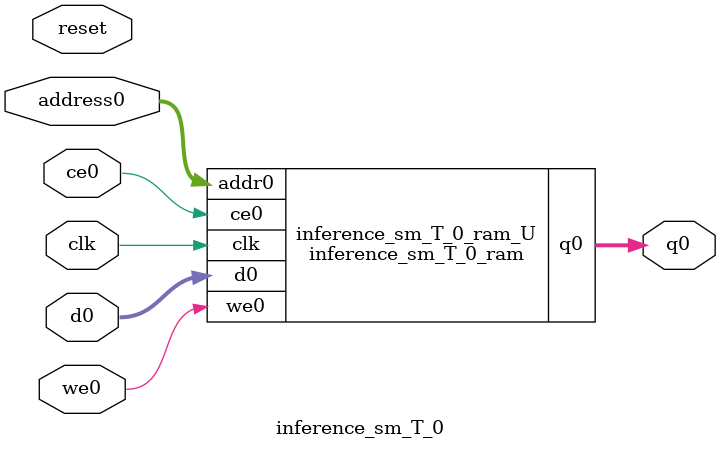
<source format=v>

`timescale 1 ns / 1 ps
module inference_sm_T_0_ram (addr0, ce0, d0, we0, q0,  clk);

parameter DWIDTH = 32;
parameter AWIDTH = 4;
parameter MEM_SIZE = 10;

input[AWIDTH-1:0] addr0;
input ce0;
input[DWIDTH-1:0] d0;
input we0;
output reg[DWIDTH-1:0] q0;
input clk;

(* ram_style = "distributed" *)reg [DWIDTH-1:0] ram[MEM_SIZE-1:0];




always @(posedge clk)  
begin 
    if (ce0) 
    begin
        if (we0) 
        begin 
            ram[addr0] <= d0; 
            q0 <= d0;
        end 
        else 
            q0 <= ram[addr0];
    end
end


endmodule


`timescale 1 ns / 1 ps
module inference_sm_T_0(
    reset,
    clk,
    address0,
    ce0,
    we0,
    d0,
    q0);

parameter DataWidth = 32'd32;
parameter AddressRange = 32'd10;
parameter AddressWidth = 32'd4;
input reset;
input clk;
input[AddressWidth - 1:0] address0;
input ce0;
input we0;
input[DataWidth - 1:0] d0;
output[DataWidth - 1:0] q0;



inference_sm_T_0_ram inference_sm_T_0_ram_U(
    .clk( clk ),
    .addr0( address0 ),
    .ce0( ce0 ),
    .d0( d0 ),
    .we0( we0 ),
    .q0( q0 ));

endmodule


</source>
